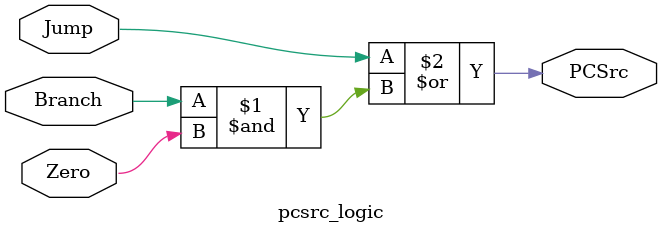
<source format=v>
`timescale 1ns / 1ps

module pcsrc_logic (
    input  wire Branch,   // asserted for beq/bne
    input  wire Jump,     // asserted for jal
    input  wire Zero,     // from ALU compare
    output wire PCSrc
);

    // PCSrc = 1 means take branch or jump
    // Branch taken only when Zero = 1 (beq)
    // Jump always taken (jal)
    assign PCSrc = Jump | (Branch & Zero);

endmodule

</source>
